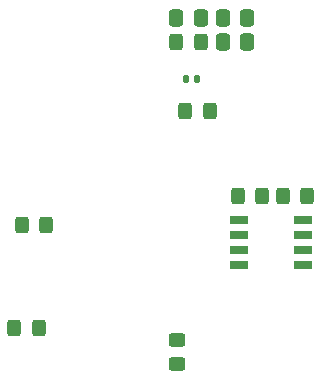
<source format=gbr>
%TF.GenerationSoftware,KiCad,Pcbnew,(6.0.10)*%
%TF.CreationDate,2023-09-05T22:22:05+02:00*%
%TF.ProjectId,incubator_breakout,696e6375-6261-4746-9f72-5f627265616b,rev?*%
%TF.SameCoordinates,Original*%
%TF.FileFunction,Paste,Top*%
%TF.FilePolarity,Positive*%
%FSLAX46Y46*%
G04 Gerber Fmt 4.6, Leading zero omitted, Abs format (unit mm)*
G04 Created by KiCad (PCBNEW (6.0.10)) date 2023-09-05 22:22:05*
%MOMM*%
%LPD*%
G01*
G04 APERTURE LIST*
G04 Aperture macros list*
%AMRoundRect*
0 Rectangle with rounded corners*
0 $1 Rounding radius*
0 $2 $3 $4 $5 $6 $7 $8 $9 X,Y pos of 4 corners*
0 Add a 4 corners polygon primitive as box body*
4,1,4,$2,$3,$4,$5,$6,$7,$8,$9,$2,$3,0*
0 Add four circle primitives for the rounded corners*
1,1,$1+$1,$2,$3*
1,1,$1+$1,$4,$5*
1,1,$1+$1,$6,$7*
1,1,$1+$1,$8,$9*
0 Add four rect primitives between the rounded corners*
20,1,$1+$1,$2,$3,$4,$5,0*
20,1,$1+$1,$4,$5,$6,$7,0*
20,1,$1+$1,$6,$7,$8,$9,0*
20,1,$1+$1,$8,$9,$2,$3,0*%
G04 Aperture macros list end*
%ADD10R,1.550000X0.700000*%
%ADD11RoundRect,0.250000X-0.325000X-0.450000X0.325000X-0.450000X0.325000X0.450000X-0.325000X0.450000X0*%
%ADD12RoundRect,0.250000X0.325000X0.450000X-0.325000X0.450000X-0.325000X-0.450000X0.325000X-0.450000X0*%
%ADD13RoundRect,0.250000X0.450000X-0.325000X0.450000X0.325000X-0.450000X0.325000X-0.450000X-0.325000X0*%
%ADD14RoundRect,0.147500X0.147500X0.172500X-0.147500X0.172500X-0.147500X-0.172500X0.147500X-0.172500X0*%
%ADD15RoundRect,0.250000X0.337500X0.475000X-0.337500X0.475000X-0.337500X-0.475000X0.337500X-0.475000X0*%
%ADD16RoundRect,0.250000X-0.337500X-0.475000X0.337500X-0.475000X0.337500X0.475000X-0.337500X0.475000X0*%
G04 APERTURE END LIST*
D10*
%TO.C,Q1*%
X171508000Y-124206000D03*
X171508000Y-122936000D03*
X171508000Y-121666000D03*
X171508000Y-120396000D03*
X166058000Y-120396000D03*
X166058000Y-121666000D03*
X166058000Y-122936000D03*
X166058000Y-124206000D03*
%TD*%
D11*
%TO.C,R2*%
X165989000Y-118364000D03*
X168039000Y-118364000D03*
%TD*%
D12*
%TO.C,C1*%
X162823000Y-105283000D03*
X160773000Y-105283000D03*
%TD*%
D13*
%TO.C,C3*%
X160782000Y-132597000D03*
X160782000Y-130547000D03*
%TD*%
D11*
%TO.C,C6*%
X169790000Y-118364000D03*
X171840000Y-118364000D03*
%TD*%
D12*
%TO.C,C4*%
X163585000Y-111125000D03*
X161535000Y-111125000D03*
%TD*%
D11*
%TO.C,C2*%
X147692000Y-120777000D03*
X149742000Y-120777000D03*
%TD*%
%TO.C,C5*%
X147057000Y-129540000D03*
X149107000Y-129540000D03*
%TD*%
D14*
%TO.C,R1*%
X162537000Y-108483400D03*
X161567000Y-108483400D03*
%TD*%
D15*
%TO.C,C11*%
X162835500Y-103251000D03*
X160760500Y-103251000D03*
%TD*%
D16*
%TO.C,C10*%
X164697500Y-105283000D03*
X166772500Y-105283000D03*
%TD*%
%TO.C,C12*%
X164697500Y-103251000D03*
X166772500Y-103251000D03*
%TD*%
M02*

</source>
